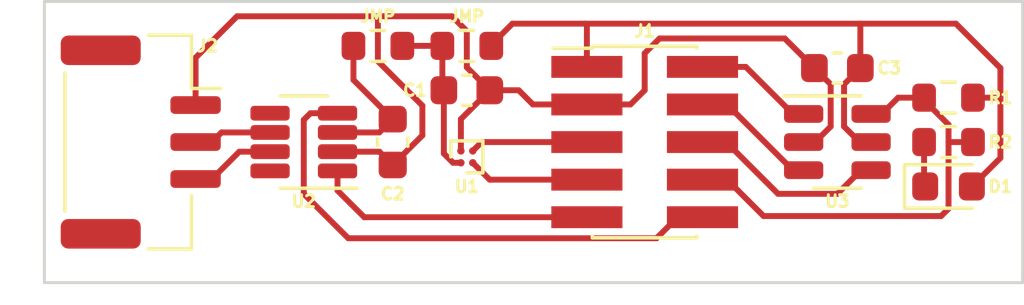
<source format=kicad_pcb>
(kicad_pcb (version 20211014) (generator pcbnew)
  (layers (0 "F.Cu" signal) (31 "B.Cu" signal) (34 "B.Paste" user) (35 "F.Paste" user) (36 "B.SilkS" user "B.Silkscreen") (37 "F.SilkS" user "F.Silkscreen") (38 "B.Mask" user) (39 "F.Mask" user) (44 "Edge.Cuts" user))
  (net 0 "")
  (net 1 "+3V3")
  (net 2 "GND")
  (net 3 "Net-(D1-Pad1)")
  (net 4 "/MOSI")
  (net 5 "/MISO")
  (net 6 "/SDA")
  (net 7 "/SCK")
  (net 8 "/SCL")
  (net 9 "/CS")
  (net 10 "/CAN_TX")
  (net 11 "/CAN_RX")
  (net 12 "/CAN-")
  (net 13 "/CAN+")
  (footprint "Package_TO_SOT_SMD:SOT-23-6" (layer "F.Cu") (at 156.5 100)
    (fp_text reference "U3" (at 0 2) (layer "F.SilkS") (effects (font (size 0.4 0.4) (thickness 0.1))))
    (fp_text value "ATtiny10-TS")
    (fp_line (start 0 1.56) (end 0.8 1.56) (layer "F.SilkS") (width 0.12))
    (fp_line (start 0 -1.56) (end -1.8 -1.56) (layer "F.SilkS") (width 0.12))
    (fp_line (start 0 -1.56) (end 0.8 -1.56) (layer "F.SilkS") (width 0.12))
    (fp_line (start 0 1.56) (end -0.8 1.56) (layer "F.SilkS") (width 0.12))
    (pad "1" smd roundrect locked (at -1.1375 -0.95) (size 1.325 0.6) (layers "F.Cu" "F.Paste" "F.Mask") (net 4 "/MOSI"))
    (pad "2" smd roundrect locked (at -1.1375 0) (size 1.325 0.6) (layers "F.Cu" "F.Paste" "F.Mask") (net 2 "GND"))
    (pad "3" smd roundrect locked (at -1.1375 0.95) (size 1.325 0.6) (layers "F.Cu" "F.Paste" "F.Mask") (net 5 "/MISO"))
    (pad "4" smd roundrect locked (at 1.1375 0.95) (size 1.325 0.6) (layers "F.Cu" "F.Paste" "F.Mask") (net 7 "/SCK"))
    (pad "5" smd roundrect locked (at 1.1375 0) (size 1.325 0.6) (layers "F.Cu" "F.Paste" "F.Mask") (net 1 "+3V3"))
    (pad "6" smd roundrect locked (at 1.1375 -0.95) (size 1.325 0.6) (layers "F.Cu" "F.Paste" "F.Mask") (net 9 "/CS"))
  )
  (footprint "Package_BGA:WLP-4_0.86x0.86mm_P0.4mm" (layer "F.Cu") (at 144 100.5 90)
    (fp_text reference "U1" (at -1 0 180) (layer "F.SilkS") (effects (font (size 0.4 0.4) (thickness 0.1))))
    (fp_text value "BRCF016GWZ")
    (fp_line (start 0.54 -0.54) (end 0 -0.54) (layer "F.SilkS") (width 0.12))
    (fp_line (start -0.54 0) (end -0.54 0.54) (layer "F.SilkS") (width 0.12))
    (fp_line (start 0.54 0.54) (end 0.54 -0.54) (layer "F.SilkS") (width 0.12))
    (fp_line (start -0.54 0.54) (end 0.54 0.54) (layer "F.SilkS") (width 0.12))
    (pad "A1" smd circle locked (at -0.2 -0.2 90) (size 0.25 0.25) (layers "F.Cu" "F.Paste" "F.Mask") (net 1 "+3V3"))
    (pad "A2" smd circle locked (at 0.2 -0.2 90) (size 0.25 0.25) (layers "F.Cu" "F.Paste" "F.Mask") (net 2 "GND"))
    (pad "B1" smd circle locked (at -0.2 0.2 90) (size 0.25 0.25) (layers "F.Cu" "F.Paste" "F.Mask") (net 8 "/SCL"))
    (pad "B2" smd circle locked (at 0.2 0.2 90) (size 0.25 0.25) (layers "F.Cu" "F.Paste" "F.Mask") (net 6 "/SDA"))
  )
  (footprint "Capacitor_SMD:C_0603_1608Metric" (layer "F.Cu") (at 144 98.25)
    (fp_text reference "C1" (at -1.75 0) (layer "F.SilkS") (effects (font (size 0.4 0.4) (thickness 0.1))))
    (fp_text value "100n")
    (fp_line (start -0.14058 -0.51) (end 0.14058 -0.51) (layer "F.SilkS") (width 0.12))
    (fp_line (start -0.14058 0.51) (end 0.14058 0.51) (layer "F.SilkS") (width 0.12))
    (pad "1" smd roundrect locked (at -0.775 0) (size 0.9 0.95) (layers "F.Cu" "F.Paste" "F.Mask") (net 1 "+3V3"))
    (pad "2" smd roundrect locked (at 0.775 0) (size 0.9 0.95) (layers "F.Cu" "F.Paste" "F.Mask") (net 2 "GND"))
  )
  (footprint "Resistor_SMD:R_0603_1608Metric" (layer "F.Cu") (at 144 96.75)
    (fp_text reference "JMP" (at 0 -1) (layer "F.SilkS") (effects (font (size 0.4 0.4) (thickness 0.1))))
    (fp_text value "R_0603_1608Metric")
    (fp_line (start -0.237258 0.5225) (end 0.237258 0.5225) (layer "F.SilkS") (width 0.12))
    (fp_line (start -0.237258 -0.5225) (end 0.237258 -0.5225) (layer "F.SilkS") (width 0.12))
    (pad "1" smd roundrect locked (at -0.825 0) (size 0.8 0.95) (layers "F.Cu" "F.Paste" "F.Mask") (net 1 "+3V3"))
    (pad "2" smd roundrect locked (at 0.825 0) (size 0.8 0.95) (layers "F.Cu" "F.Paste" "F.Mask") (net 1 "+3V3"))
  )
  (footprint "Resistor_SMD:R_0603_1608Metric" (layer "F.Cu") (at 160.25 100 180)
    (fp_text reference "R2" (at -1.75 0) (layer "F.SilkS") (effects (font (size 0.4 0.4) (thickness 0.1))))
    (fp_text value "150")
    (fp_line (start -0.237258 -0.5225) (end 0.237258 -0.5225) (layer "F.SilkS") (width 0.12))
    (fp_line (start -0.237258 0.5225) (end 0.237258 0.5225) (layer "F.SilkS") (width 0.12))
    (pad "1" smd roundrect locked (at -0.825 0 180) (size 0.8 0.95) (layers "F.Cu" "F.Paste" "F.Mask") (net 9 "/CS"))
    (pad "2" smd roundrect locked (at 0.825 0 180) (size 0.8 0.95) (layers "F.Cu" "F.Paste" "F.Mask") (net 3 "Net-(D1-Pad1)"))
  )
  (footprint "Capacitor_SMD:C_0603_1608Metric" (layer "F.Cu") (at 141.5 100 -90)
    (fp_text reference "C2" (at 1.75 0 180) (layer "F.SilkS") (effects (font (size 0.4 0.4) (thickness 0.1))))
    (fp_text value "100n")
    (fp_line (start -0.14058 0.51) (end 0.14058 0.51) (layer "F.SilkS") (width 0.12))
    (fp_line (start -0.14058 -0.51) (end 0.14058 -0.51) (layer "F.SilkS") (width 0.12))
    (pad "1" smd roundrect locked (at -0.775 0 270) (size 0.9 0.95) (layers "F.Cu" "F.Paste" "F.Mask") (net 1 "+3V3"))
    (pad "2" smd roundrect locked (at 0.775 0 270) (size 0.9 0.95) (layers "F.Cu" "F.Paste" "F.Mask") (net 2 "GND"))
  )
  (footprint "Capacitor_SMD:C_0603_1608Metric" (layer "F.Cu") (at 156.5 97.5 180)
    (fp_text reference "C3" (at -1.75 0) (layer "F.SilkS") (effects (font (size 0.4 0.4) (thickness 0.1))))
    (fp_text value "100n")
    (fp_line (start -0.14058 -0.51) (end 0.14058 -0.51) (layer "F.SilkS") (width 0.12))
    (fp_line (start -0.14058 0.51) (end 0.14058 0.51) (layer "F.SilkS") (width 0.12))
    (pad "1" smd roundrect locked (at -0.775 0 180) (size 0.9 0.95) (layers "F.Cu" "F.Paste" "F.Mask") (net 1 "+3V3"))
    (pad "2" smd roundrect locked (at 0.775 0 180) (size 0.9 0.95) (layers "F.Cu" "F.Paste" "F.Mask") (net 2 "GND"))
  )
  (footprint "Resistor_SMD:R_0603_1608Metric" (layer "F.Cu") (at 160.25 98.5 180)
    (fp_text reference "R1" (at -1.75 0) (layer "F.SilkS") (effects (font (size 0.4 0.4) (thickness 0.1))))
    (fp_text value "10k")
    (fp_line (start -0.237258 0.5225) (end 0.237258 0.5225) (layer "F.SilkS") (width 0.12))
    (fp_line (start -0.237258 -0.5225) (end 0.237258 -0.5225) (layer "F.SilkS") (width 0.12))
    (pad "1" smd roundrect locked (at -0.825 0 180) (size 0.8 0.95) (layers "F.Cu" "F.Paste" "F.Mask") (net 1 "+3V3"))
    (pad "2" smd roundrect locked (at 0.825 0 180) (size 0.8 0.95) (layers "F.Cu" "F.Paste" "F.Mask") (net 9 "/CS"))
  )
  (footprint "Connector_JST:JST_GH_SM03B-GHS-TB_1x03-1MP_P1.25mm_Horizontal" (layer "F.Cu") (at 133 100 -90)
    (fp_text reference "J2" (at -3.25 -2.25 180) (layer "F.SilkS") (effects (font (size 0.4 0.4) (thickness 0.1))))
    (fp_text value "CAN")
    (fp_line (start -3.61 -0.26) (end -3.61 -1.71) (layer "F.SilkS") (width 0.12))
    (fp_line (start -1.81 -1.71) (end -1.81 -2.7) (layer "F.SilkS") (width 0.12))
    (fp_line (start -2.34 2.56) (end 2.34 2.56) (layer "F.SilkS") (width 0.12))
    (fp_line (start 3.61 -1.71) (end 1.81 -1.71) (layer "F.SilkS") (width 0.12))
    (fp_line (start 3.61 -0.26) (end 3.61 -1.71) (layer "F.SilkS") (width 0.12))
    (fp_line (start -3.61 -1.71) (end -1.81 -1.71) (layer "F.SilkS") (width 0.12))
    (pad "1" smd roundrect locked (at -1.25 -1.85 270) (size 0.6 1.7) (layers "F.Cu" "F.Paste" "F.Mask") (net 2 "GND"))
    (pad "2" smd roundrect locked (at 0 -1.85 270) (size 0.6 1.7) (layers "F.Cu" "F.Paste" "F.Mask") (net 12 "/CAN-"))
    (pad "3" smd roundrect locked (at 1.25 -1.85 270) (size 0.6 1.7) (layers "F.Cu" "F.Paste" "F.Mask") (net 13 "/CAN+"))
    (pad "MP" smd roundrect locked (at -3.1 1.35 270) (size 1 2.7) (layers "F.Cu" "F.Paste" "F.Mask"))
    (pad "MP" smd roundrect locked (at 3.1 1.35 270) (size 1 2.7) (layers "F.Cu" "F.Paste" "F.Mask"))
  )
  (footprint "LED_SMD:LED_0603_1608Metric" (layer "F.Cu") (at 160.25 101.5)
    (fp_text reference "D1" (at 1.75 0) (layer "F.SilkS") (effects (font (size 0.4 0.4) (thickness 0.1))))
    (fp_text value "LED")
    (fp_line (start 0.8 -0.735) (end -1.485 -0.735) (layer "F.SilkS") (width 0.12))
    (fp_line (start -1.485 0.735) (end 0.8 0.735) (layer "F.SilkS") (width 0.12))
    (fp_line (start -1.485 -0.735) (end -1.485 0.735) (layer "F.SilkS") (width 0.12))
    (pad "1" smd roundrect locked (at -0.7875 0) (size 0.875 0.95) (layers "F.Cu" "F.Paste" "F.Mask") (net 3 "Net-(D1-Pad1)"))
    (pad "2" smd roundrect locked (at 0.7875 0) (size 0.875 0.95) (layers "F.Cu" "F.Paste" "F.Mask") (net 1 "+3V3"))
  )
  (footprint "Connector_PinHeader_1.27mm:PinHeader_2x05_P1.27mm_Vertical_SMD" (layer "F.Cu") (at 150 100)
    (fp_text reference "J1" (at 0 -3.75) (layer "F.SilkS") (effects (font (size 0.4 0.4) (thickness 0.1))))
    (fp_text value "SPI/I2C/CAN")
    (fp_line (start -1.765 3.235) (end 1.765 3.235) (layer "F.SilkS") (width 0.12))
    (fp_line (start 1.765 3.17) (end 1.765 3.235) (layer "F.SilkS") (width 0.12))
    (fp_line (start -1.765 -3.235) (end -1.765 -3.17) (layer "F.SilkS") (width 0.12))
    (fp_line (start -3.09 -3.17) (end -1.765 -3.17) (layer "F.SilkS") (width 0.12))
    (fp_line (start -1.765 -3.235) (end 1.765 -3.235) (layer "F.SilkS") (width 0.12))
    (fp_line (start 1.765 -3.235) (end 1.765 -3.17) (layer "F.SilkS") (width 0.12))
    (fp_line (start -1.765 3.17) (end -1.765 3.235) (layer "F.SilkS") (width 0.12))
    (pad "1" smd rect locked (at -1.95 -2.54) (size 2.4 0.74) (layers "F.Cu" "F.Paste" "F.Mask") (net 1 "+3V3"))
    (pad "2" smd rect locked (at 1.95 -2.54) (size 2.4 0.74) (layers "F.Cu" "F.Paste" "F.Mask") (net 4 "/MOSI"))
    (pad "3" smd rect locked (at -1.95 -1.27) (size 2.4 0.74) (layers "F.Cu" "F.Paste" "F.Mask") (net 2 "GND"))
    (pad "4" smd rect locked (at 1.95 -1.27) (size 2.4 0.74) (layers "F.Cu" "F.Paste" "F.Mask") (net 5 "/MISO"))
    (pad "5" smd rect locked (at -1.95 0) (size 2.4 0.74) (layers "F.Cu" "F.Paste" "F.Mask") (net 6 "/SDA"))
    (pad "6" smd rect locked (at 1.95 0) (size 2.4 0.74) (layers "F.Cu" "F.Paste" "F.Mask") (net 7 "/SCK"))
    (pad "7" smd rect locked (at -1.95 1.27) (size 2.4 0.74) (layers "F.Cu" "F.Paste" "F.Mask") (net 8 "/SCL"))
    (pad "8" smd rect locked (at 1.95 1.27) (size 2.4 0.74) (layers "F.Cu" "F.Paste" "F.Mask") (net 9 "/CS"))
    (pad "9" smd rect locked (at -1.95 2.54) (size 2.4 0.74) (layers "F.Cu" "F.Paste" "F.Mask") (net 10 "/CAN_TX"))
    (pad "10" smd rect locked (at 1.95 2.54) (size 2.4 0.74) (layers "F.Cu" "F.Paste" "F.Mask") (net 11 "/CAN_RX"))
  )
  (footprint "Package_TO_SOT_SMD:SOT-23-8" (layer "F.Cu") (at 138.5 100 180)
    (fp_text reference "U2" (at 0 -2) (layer "F.SilkS") (effects (font (size 0.4 0.4) (thickness 0.1))))
    (fp_text value "TCAN332G")
    (fp_line (start 0 1.56) (end -0.8 1.56) (layer "F.SilkS") (width 0.12))
    (fp_line (start 0 1.56) (end 0.8 1.56) (layer "F.SilkS") (width 0.12))
    (fp_line (start 0 -1.56) (end 0.8 -1.56) (layer "F.SilkS") (width 0.12))
    (fp_line (start 0 -1.56) (end -1.8 -1.56) (layer "F.SilkS") (width 0.12))
    (pad "1" smd roundrect locked (at -1.1375 -0.975 180) (size 1.325 0.5) (layers "F.Cu" "F.Paste" "F.Mask") (net 10 "/CAN_TX"))
    (pad "2" smd roundrect locked (at -1.1375 -0.325 180) (size 1.325 0.5) (layers "F.Cu" "F.Paste" "F.Mask") (net 2 "GND"))
    (pad "3" smd roundrect locked (at -1.1375 0.325 180) (size 1.325 0.5) (layers "F.Cu" "F.Paste" "F.Mask") (net 1 "+3V3"))
    (pad "4" smd roundrect locked (at -1.1375 0.975 180) (size 1.325 0.5) (layers "F.Cu" "F.Paste" "F.Mask") (net 11 "/CAN_RX"))
    (pad "5" smd roundrect locked (at 1.1375 0.975 180) (size 1.325 0.5) (layers "F.Cu" "F.Paste" "F.Mask"))
    (pad "6" smd roundrect locked (at 1.1375 0.325 180) (size 1.325 0.5) (layers "F.Cu" "F.Paste" "F.Mask") (net 12 "/CAN-"))
    (pad "7" smd roundrect locked (at 1.1375 -0.325 180) (size 1.325 0.5) (layers "F.Cu" "F.Paste" "F.Mask") (net 13 "/CAN+"))
    (pad "8" smd roundrect locked (at 1.1375 -0.975 180) (size 1.325 0.5) (layers "F.Cu" "F.Paste" "F.Mask"))
  )
  (footprint "Resistor_SMD:R_0603_1608Metric" (layer "F.Cu") (at 141 96.75)
    (fp_text reference "JMP" (at 0 -1) (layer "F.SilkS") (effects (font (size 0.4 0.4) (thickness 0.1))))
    (fp_text value "R_0603_1608Metric")
    (fp_line (start -0.237258 0.5225) (end 0.237258 0.5225) (layer "F.SilkS") (width 0.12))
    (fp_line (start -0.237258 -0.5225) (end 0.237258 -0.5225) (layer "F.SilkS") (width 0.12))
    (pad "1" smd roundrect locked (at -0.825 0) (size 0.8 0.95) (layers "F.Cu" "F.Paste" "F.Mask") (net 1 "+3V3"))
    (pad "2" smd roundrect locked (at 0.825 0) (size 0.8 0.95) (layers "F.Cu" "F.Paste" "F.Mask") (net 1 "+3V3"))
  )
  (gr_line (start 129.75 95.25) (end 129.75 104.75) (layer "Edge.Cuts") (width 0.1))
  (gr_line (start 162.75 104.75) (end 162.75 95.25) (layer "Edge.Cuts") (width 0.1))
  (gr_line (start 162.75 95.25) (end 129.75 95.25) (layer "Edge.Cuts") (width 0.1))
  (gr_line (start 129.75 104.75) (end 162.75 104.75) (layer "Edge.Cuts") (width 0.1))
  (segment (start 161.075 98.5) (end 162 98.5) (width 0.2) (layer "F.Cu") (net 1))
  (segment (start 162 98.5) (end 162 100.5375) (width 0.2) (layer "F.Cu") (net 1))
  (segment (start 156.72548 98.04952) (end 157.275 97.5) (width 0.2) (layer "F.Cu") (net 1))
  (segment (start 157.25 100) (end 156.72548 99.47548) (width 0.2) (layer "F.Cu") (net 1))
  (segment (start 157.275 97.5) (end 157.275 96.025) (width 0.2) (layer "F.Cu") (net 1))
  (segment (start 157.25 96) (end 160.5 96) (width 0.2) (layer "F.Cu") (net 1))
  (segment (start 160.5 96) (end 162 97.5) (width 0.2) (layer "F.Cu") (net 1))
  (segment (start 143.175 96.75) (end 143.175 98.2) (width 0.2) (layer "F.Cu") (net 1))
  (segment (start 148 96) (end 157.25 96) (width 0.2) (layer "F.Cu") (net 1))
  (segment (start 143.8 100.7) (end 143.536612 100.7) (width 0.2) (layer "F.Cu") (net 1))
  (segment (start 139.6375 99.675) (end 141.05 99.675) (width 0.2) (layer "F.Cu") (net 1))
  (segment (start 144.825 96.75) (end 144.825 96.7125) (width 0.2) (layer "F.Cu") (net 1))
  (segment (start 141.05 99.675) (end 141.5 99.225) (width 0.2) (layer "F.Cu") (net 1))
  (segment (start 162 97.5) (end 162 98.5) (width 0.2) (layer "F.Cu") (net 1))
  (segment (start 148.05 97.46) (end 148.05 96.05) (width 0.2) (layer "F.Cu") (net 1))
  (segment (start 143.225 100.388388) (end 143.225 98.25) (width 0.2) (layer "F.Cu") (net 1))
  (segment (start 143.175 98.2) (end 143.225 98.25) (width 0.2) (layer "F.Cu") (net 1))
  (segment (start 143.536612 100.7) (end 143.225 100.388388) (width 0.2) (layer "F.Cu") (net 1))
  (segment (start 148.05 96.05) (end 148 96) (width 0.2) (layer "F.Cu") (net 1))
  (segment (start 162 100.5375) (end 161.0375 101.5) (width 0.2) (layer "F.Cu") (net 1))
  (segment (start 156.72548 99.47548) (end 156.72548 98.04952) (width 0.2) (layer "F.Cu") (net 1))
  (segment (start 143.175 96.75) (end 141.825 96.75) (width 0.2) (layer "F.Cu") (net 1))
  (segment (start 157.6375 100) (end 157.25 100) (width 0.2) (layer "F.Cu") (net 1))
  (segment (start 140.175 97.9) (end 141.5 99.225) (width 0.2) (layer "F.Cu") (net 1))
  (segment (start 144.825 96.7125) (end 145.5375 96) (width 0.2) (layer "F.Cu") (net 1))
  (segment (start 145.5375 96) (end 148 96) (width 0.2) (layer "F.Cu") (net 1))
  (segment (start 157.275 96.025) (end 157.25 96) (width 0.2) (layer "F.Cu") (net 1))
  (segment (start 140.175 96.75) (end 140.175 97.9) (width 0.2) (layer "F.Cu") (net 1))
  (segment (start 145.75 98.25) (end 146.23 98.73) (width 0.2) (layer "F.Cu") (net 2))
  (segment (start 146.23 98.73) (end 148.05 98.73) (width 0.2) (layer "F.Cu") (net 2))
  (segment (start 144 97.475) (end 144 96.25) (width 0.2) (layer "F.Cu") (net 2))
  (segment (start 154.725 96.5) (end 155.725 97.5) (width 0.2) (layer "F.Cu") (net 2))
  (segment (start 141.05 100.325) (end 141.5 100.775) (width 0.2) (layer "F.Cu") (net 2))
  (segment (start 142.5 99.775) (end 141.5 100.775) (width 0.2) (layer "F.Cu") (net 2))
  (segment (start 143.8 99.225) (end 144.775 98.25) (width 0.2) (layer "F.Cu") (net 2))
  (segment (start 150 97) (end 150.5 96.5) (width 0.2) (layer "F.Cu") (net 2))
  (segment (start 141 95.75) (end 136.25 95.75) (width 0.2) (layer "F.Cu") (net 2))
  (segment (start 141 95.75) (end 141 97.267859) (width 0.2) (layer "F.Cu") (net 2))
  (segment (start 156.27452 99.47548) (end 156.27452 98.04952) (width 0.2) (layer "F.Cu") (net 2))
  (segment (start 139.6375 100.325) (end 141.05 100.325) (width 0.2) (layer "F.Cu") (net 2))
  (segment (start 156.27452 98.04952) (end 155.725 97.5) (width 0.2) (layer "F.Cu") (net 2))
  (segment (start 136.25 95.75) (end 134.85 97.15) (width 0.2) (layer "F.Cu") (net 2))
  (segment (start 149.52 98.73) (end 150 98.25) (width 0.2) (layer "F.Cu") (net 2))
  (segment (start 134.85 97.15) (end 134.85 98.75) (width 0.2) (layer "F.Cu") (net 2))
  (segment (start 144.775 98.25) (end 144 97.475) (width 0.2) (layer "F.Cu") (net 2))
  (segment (start 155.75 100) (end 156.27452 99.47548) (width 0.2) (layer "F.Cu") (net 2))
  (segment (start 143.5 95.75) (end 141 95.75) (width 0.2) (layer "F.Cu") (net 2))
  (segment (start 141 97.267859) (end 142.5 98.767859) (width 0.2) (layer "F.Cu") (net 2))
  (segment (start 150.5 96.5) (end 154.725 96.5) (width 0.2) (layer "F.Cu") (net 2))
  (segment (start 148.05 98.73) (end 149.52 98.73) (width 0.2) (layer "F.Cu") (net 2))
  (segment (start 143.8 100.3) (end 143.8 99.225) (width 0.2) (layer "F.Cu") (net 2))
  (segment (start 142.5 98.767859) (end 142.5 99.775) (width 0.2) (layer "F.Cu") (net 2))
  (segment (start 150 98.25) (end 150 97) (width 0.2) (layer "F.Cu") (net 2))
  (segment (start 155.3625 100) (end 155.75 100) (width 0.2) (layer "F.Cu") (net 2))
  (segment (start 144.775 98.25) (end 145.75 98.25) (width 0.2) (layer "F.Cu") (net 2))
  (segment (start 144 96.25) (end 143.5 95.75) (width 0.2) (layer "F.Cu") (net 2))
  (segment (start 159.425 101.4625) (end 159.4625 101.5) (width 0.2) (layer "F.Cu") (net 3))
  (segment (start 159.425 100) (end 159.425 101.4625) (width 0.2) (layer "F.Cu") (net 3))
  (segment (start 153.41 97.46) (end 155 99.05) (width 0.2) (layer "F.Cu") (net 4))
  (segment (start 155 99.05) (end 155.3625 99.05) (width 0.2) (layer "F.Cu") (net 4))
  (segment (start 151.95 97.46) (end 153.41 97.46) (width 0.2) (layer "F.Cu") (net 4))
  (segment (start 151.95 98.73) (end 152.78 98.73) (width 0.2) (layer "F.Cu") (net 5))
  (segment (start 155 100.95) (end 155.3625 100.95) (width 0.2) (layer "F.Cu") (net 5))
  (segment (start 152.78 98.73) (end 155 100.95) (width 0.2) (layer "F.Cu") (net 5))
  (segment (start 144.5 100) (end 144.2 100.3) (width 0.2) (layer "F.Cu") (net 6))
  (segment (start 148.05 100) (end 144.5 100) (width 0.2) (layer "F.Cu") (net 6))
  (segment (start 157.3 100.95) (end 157.6375 100.95) (width 0.2) (layer "F.Cu") (net 7))
  (segment (start 151.95 100) (end 152.75 100) (width 0.2) (layer "F.Cu") (net 7))
  (segment (start 152.75 100) (end 154.5 101.75) (width 0.2) (layer "F.Cu") (net 7))
  (segment (start 154.5 101.75) (end 156.5 101.75) (width 0.2) (layer "F.Cu") (net 7))
  (segment (start 156.5 101.75) (end 157.3 100.95) (width 0.2) (layer "F.Cu") (net 7))
  (segment (start 144.77 101.27) (end 148.05 101.27) (width 0.2) (layer "F.Cu") (net 8))
  (segment (start 144.2 100.7) (end 144.77 101.27) (width 0.2) (layer "F.Cu") (net 8))
  (segment (start 151.95 101.27) (end 152.78 101.27) (width 0.2) (layer "F.Cu") (net 9))
  (segment (start 158.55 98.5) (end 158 99.05) (width 0.2) (layer "F.Cu") (net 9))
  (segment (start 160.25 99.4125) (end 159.425 98.5875) (width 0.2) (layer "F.Cu") (net 9))
  (segment (start 158 99.05) (end 157.6375 99.05) (width 0.2) (layer "F.Cu") (net 9))
  (segment (start 159.425 98.5875) (end 159.425 98.5) (width 0.2) (layer "F.Cu") (net 9))
  (segment (start 160 102.5) (end 160.25 102.25) (width 0.2) (layer "F.Cu") (net 9))
  (segment (start 159.425 98.5) (end 158.55 98.5) (width 0.2) (layer "F.Cu") (net 9))
  (segment (start 160.25 100) (end 160.25 99.4125) (width 0.2) (layer "F.Cu") (net 9))
  (segment (start 161.075 100) (end 160.25 100) (width 0.2) (layer "F.Cu") (net 9))
  (segment (start 160.25 102.25) (end 160.25 100) (width 0.2) (layer "F.Cu") (net 9))
  (segment (start 154.01 102.5) (end 160 102.5) (width 0.2) (layer "F.Cu") (net 9))
  (segment (start 152.78 101.27) (end 154.01 102.5) (width 0.2) (layer "F.Cu") (net 9))
  (segment (start 139.6375 100.975) (end 139.6375 101.6375) (width 0.2) (layer "F.Cu") (net 10))
  (segment (start 139.6375 101.6375) (end 140.54 102.54) (width 0.2) (layer "F.Cu") (net 10))
  (segment (start 140.54 102.54) (end 148.05 102.54) (width 0.2) (layer "F.Cu") (net 10))
  (segment (start 139.6375 99.025) (end 138.725 99.025) (width 0.2) (layer "F.Cu") (net 11))
  (segment (start 140 103.25) (end 150.4 103.25) (width 0.2) (layer "F.Cu") (net 11))
  (segment (start 138.5 101.75) (end 140 103.25) (width 0.2) (layer "F.Cu") (net 11))
  (segment (start 138.725 99.025) (end 138.5 99.25) (width 0.2) (layer "F.Cu") (net 11))
  (segment (start 138.5 99.25) (end 138.5 101.75) (width 0.2) (layer "F.Cu") (net 11))
  (segment (start 151.11 102.54) (end 151.95 102.54) (width 0.2) (layer "F.Cu") (net 11))
  (segment (start 150.4 103.25) (end 151.11 102.54) (width 0.2) (layer "F.Cu") (net 11))
  (segment (start 135.4 100) (end 134.85 100) (width 0.2) (layer "F.Cu") (net 12))
  (segment (start 137.3625 99.675) (end 135.725 99.675) (width 0.2) (layer "F.Cu") (net 12))
  (segment (start 135.725 99.675) (end 135.4 100) (width 0.2) (layer "F.Cu") (net 12))
  (segment (start 136.325 100.325) (end 135.4 101.25) (width 0.2) (layer "F.Cu") (net 13))
  (segment (start 137.3625 100.325) (end 136.325 100.325) (width 0.2) (layer "F.Cu") (net 13))
  (segment (start 135.4 101.25) (end 134.85 101.25) (width 0.2) (layer "F.Cu") (net 13))
)
</source>
